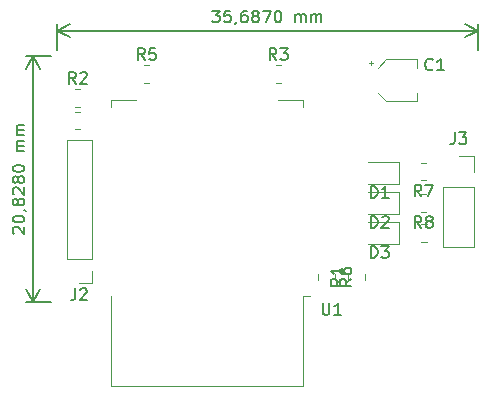
<source format=gbr>
%TF.GenerationSoftware,KiCad,Pcbnew,7.0.6-1.fc38*%
%TF.CreationDate,2023-08-14T18:07:14+02:00*%
%TF.ProjectId,ESP12F_INSPIRE_WIFI,45535031-3246-45f4-994e-53504952455f,rev?*%
%TF.SameCoordinates,Original*%
%TF.FileFunction,Legend,Top*%
%TF.FilePolarity,Positive*%
%FSLAX46Y46*%
G04 Gerber Fmt 4.6, Leading zero omitted, Abs format (unit mm)*
G04 Created by KiCad (PCBNEW 7.0.6-1.fc38) date 2023-08-14 18:07:14*
%MOMM*%
%LPD*%
G01*
G04 APERTURE LIST*
%ADD10C,0.150000*%
%ADD11C,0.120000*%
G04 APERTURE END LIST*
D10*
X97968057Y-77009046D02*
X97920438Y-76961427D01*
X97920438Y-76961427D02*
X97872819Y-76866189D01*
X97872819Y-76866189D02*
X97872819Y-76628094D01*
X97872819Y-76628094D02*
X97920438Y-76532856D01*
X97920438Y-76532856D02*
X97968057Y-76485237D01*
X97968057Y-76485237D02*
X98063295Y-76437618D01*
X98063295Y-76437618D02*
X98158533Y-76437618D01*
X98158533Y-76437618D02*
X98301390Y-76485237D01*
X98301390Y-76485237D02*
X98872819Y-77056665D01*
X98872819Y-77056665D02*
X98872819Y-76437618D01*
X97872819Y-75818570D02*
X97872819Y-75723332D01*
X97872819Y-75723332D02*
X97920438Y-75628094D01*
X97920438Y-75628094D02*
X97968057Y-75580475D01*
X97968057Y-75580475D02*
X98063295Y-75532856D01*
X98063295Y-75532856D02*
X98253771Y-75485237D01*
X98253771Y-75485237D02*
X98491866Y-75485237D01*
X98491866Y-75485237D02*
X98682342Y-75532856D01*
X98682342Y-75532856D02*
X98777580Y-75580475D01*
X98777580Y-75580475D02*
X98825200Y-75628094D01*
X98825200Y-75628094D02*
X98872819Y-75723332D01*
X98872819Y-75723332D02*
X98872819Y-75818570D01*
X98872819Y-75818570D02*
X98825200Y-75913808D01*
X98825200Y-75913808D02*
X98777580Y-75961427D01*
X98777580Y-75961427D02*
X98682342Y-76009046D01*
X98682342Y-76009046D02*
X98491866Y-76056665D01*
X98491866Y-76056665D02*
X98253771Y-76056665D01*
X98253771Y-76056665D02*
X98063295Y-76009046D01*
X98063295Y-76009046D02*
X97968057Y-75961427D01*
X97968057Y-75961427D02*
X97920438Y-75913808D01*
X97920438Y-75913808D02*
X97872819Y-75818570D01*
X98825200Y-75009046D02*
X98872819Y-75009046D01*
X98872819Y-75009046D02*
X98968057Y-75056665D01*
X98968057Y-75056665D02*
X99015676Y-75104284D01*
X98301390Y-74437618D02*
X98253771Y-74532856D01*
X98253771Y-74532856D02*
X98206152Y-74580475D01*
X98206152Y-74580475D02*
X98110914Y-74628094D01*
X98110914Y-74628094D02*
X98063295Y-74628094D01*
X98063295Y-74628094D02*
X97968057Y-74580475D01*
X97968057Y-74580475D02*
X97920438Y-74532856D01*
X97920438Y-74532856D02*
X97872819Y-74437618D01*
X97872819Y-74437618D02*
X97872819Y-74247142D01*
X97872819Y-74247142D02*
X97920438Y-74151904D01*
X97920438Y-74151904D02*
X97968057Y-74104285D01*
X97968057Y-74104285D02*
X98063295Y-74056666D01*
X98063295Y-74056666D02*
X98110914Y-74056666D01*
X98110914Y-74056666D02*
X98206152Y-74104285D01*
X98206152Y-74104285D02*
X98253771Y-74151904D01*
X98253771Y-74151904D02*
X98301390Y-74247142D01*
X98301390Y-74247142D02*
X98301390Y-74437618D01*
X98301390Y-74437618D02*
X98349009Y-74532856D01*
X98349009Y-74532856D02*
X98396628Y-74580475D01*
X98396628Y-74580475D02*
X98491866Y-74628094D01*
X98491866Y-74628094D02*
X98682342Y-74628094D01*
X98682342Y-74628094D02*
X98777580Y-74580475D01*
X98777580Y-74580475D02*
X98825200Y-74532856D01*
X98825200Y-74532856D02*
X98872819Y-74437618D01*
X98872819Y-74437618D02*
X98872819Y-74247142D01*
X98872819Y-74247142D02*
X98825200Y-74151904D01*
X98825200Y-74151904D02*
X98777580Y-74104285D01*
X98777580Y-74104285D02*
X98682342Y-74056666D01*
X98682342Y-74056666D02*
X98491866Y-74056666D01*
X98491866Y-74056666D02*
X98396628Y-74104285D01*
X98396628Y-74104285D02*
X98349009Y-74151904D01*
X98349009Y-74151904D02*
X98301390Y-74247142D01*
X97968057Y-73675713D02*
X97920438Y-73628094D01*
X97920438Y-73628094D02*
X97872819Y-73532856D01*
X97872819Y-73532856D02*
X97872819Y-73294761D01*
X97872819Y-73294761D02*
X97920438Y-73199523D01*
X97920438Y-73199523D02*
X97968057Y-73151904D01*
X97968057Y-73151904D02*
X98063295Y-73104285D01*
X98063295Y-73104285D02*
X98158533Y-73104285D01*
X98158533Y-73104285D02*
X98301390Y-73151904D01*
X98301390Y-73151904D02*
X98872819Y-73723332D01*
X98872819Y-73723332D02*
X98872819Y-73104285D01*
X98301390Y-72532856D02*
X98253771Y-72628094D01*
X98253771Y-72628094D02*
X98206152Y-72675713D01*
X98206152Y-72675713D02*
X98110914Y-72723332D01*
X98110914Y-72723332D02*
X98063295Y-72723332D01*
X98063295Y-72723332D02*
X97968057Y-72675713D01*
X97968057Y-72675713D02*
X97920438Y-72628094D01*
X97920438Y-72628094D02*
X97872819Y-72532856D01*
X97872819Y-72532856D02*
X97872819Y-72342380D01*
X97872819Y-72342380D02*
X97920438Y-72247142D01*
X97920438Y-72247142D02*
X97968057Y-72199523D01*
X97968057Y-72199523D02*
X98063295Y-72151904D01*
X98063295Y-72151904D02*
X98110914Y-72151904D01*
X98110914Y-72151904D02*
X98206152Y-72199523D01*
X98206152Y-72199523D02*
X98253771Y-72247142D01*
X98253771Y-72247142D02*
X98301390Y-72342380D01*
X98301390Y-72342380D02*
X98301390Y-72532856D01*
X98301390Y-72532856D02*
X98349009Y-72628094D01*
X98349009Y-72628094D02*
X98396628Y-72675713D01*
X98396628Y-72675713D02*
X98491866Y-72723332D01*
X98491866Y-72723332D02*
X98682342Y-72723332D01*
X98682342Y-72723332D02*
X98777580Y-72675713D01*
X98777580Y-72675713D02*
X98825200Y-72628094D01*
X98825200Y-72628094D02*
X98872819Y-72532856D01*
X98872819Y-72532856D02*
X98872819Y-72342380D01*
X98872819Y-72342380D02*
X98825200Y-72247142D01*
X98825200Y-72247142D02*
X98777580Y-72199523D01*
X98777580Y-72199523D02*
X98682342Y-72151904D01*
X98682342Y-72151904D02*
X98491866Y-72151904D01*
X98491866Y-72151904D02*
X98396628Y-72199523D01*
X98396628Y-72199523D02*
X98349009Y-72247142D01*
X98349009Y-72247142D02*
X98301390Y-72342380D01*
X97872819Y-71532856D02*
X97872819Y-71437618D01*
X97872819Y-71437618D02*
X97920438Y-71342380D01*
X97920438Y-71342380D02*
X97968057Y-71294761D01*
X97968057Y-71294761D02*
X98063295Y-71247142D01*
X98063295Y-71247142D02*
X98253771Y-71199523D01*
X98253771Y-71199523D02*
X98491866Y-71199523D01*
X98491866Y-71199523D02*
X98682342Y-71247142D01*
X98682342Y-71247142D02*
X98777580Y-71294761D01*
X98777580Y-71294761D02*
X98825200Y-71342380D01*
X98825200Y-71342380D02*
X98872819Y-71437618D01*
X98872819Y-71437618D02*
X98872819Y-71532856D01*
X98872819Y-71532856D02*
X98825200Y-71628094D01*
X98825200Y-71628094D02*
X98777580Y-71675713D01*
X98777580Y-71675713D02*
X98682342Y-71723332D01*
X98682342Y-71723332D02*
X98491866Y-71770951D01*
X98491866Y-71770951D02*
X98253771Y-71770951D01*
X98253771Y-71770951D02*
X98063295Y-71723332D01*
X98063295Y-71723332D02*
X97968057Y-71675713D01*
X97968057Y-71675713D02*
X97920438Y-71628094D01*
X97920438Y-71628094D02*
X97872819Y-71532856D01*
X98872819Y-70009046D02*
X98206152Y-70009046D01*
X98301390Y-70009046D02*
X98253771Y-69961427D01*
X98253771Y-69961427D02*
X98206152Y-69866189D01*
X98206152Y-69866189D02*
X98206152Y-69723332D01*
X98206152Y-69723332D02*
X98253771Y-69628094D01*
X98253771Y-69628094D02*
X98349009Y-69580475D01*
X98349009Y-69580475D02*
X98872819Y-69580475D01*
X98349009Y-69580475D02*
X98253771Y-69532856D01*
X98253771Y-69532856D02*
X98206152Y-69437618D01*
X98206152Y-69437618D02*
X98206152Y-69294761D01*
X98206152Y-69294761D02*
X98253771Y-69199522D01*
X98253771Y-69199522D02*
X98349009Y-69151903D01*
X98349009Y-69151903D02*
X98872819Y-69151903D01*
X98872819Y-68675713D02*
X98206152Y-68675713D01*
X98301390Y-68675713D02*
X98253771Y-68628094D01*
X98253771Y-68628094D02*
X98206152Y-68532856D01*
X98206152Y-68532856D02*
X98206152Y-68389999D01*
X98206152Y-68389999D02*
X98253771Y-68294761D01*
X98253771Y-68294761D02*
X98349009Y-68247142D01*
X98349009Y-68247142D02*
X98872819Y-68247142D01*
X98349009Y-68247142D02*
X98253771Y-68199523D01*
X98253771Y-68199523D02*
X98206152Y-68104285D01*
X98206152Y-68104285D02*
X98206152Y-67961428D01*
X98206152Y-67961428D02*
X98253771Y-67866189D01*
X98253771Y-67866189D02*
X98349009Y-67818570D01*
X98349009Y-67818570D02*
X98872819Y-67818570D01*
X101100000Y-82804000D02*
X98981580Y-82804000D01*
X101100000Y-61976000D02*
X98981580Y-61976000D01*
X99568000Y-82804000D02*
X99568000Y-61976000D01*
X99568000Y-82804000D02*
X99568000Y-61976000D01*
X99568000Y-82804000D02*
X98981579Y-81677496D01*
X99568000Y-82804000D02*
X100154421Y-81677496D01*
X99568000Y-61976000D02*
X100154421Y-63102504D01*
X99568000Y-61976000D02*
X98981579Y-63102504D01*
X114776834Y-58121819D02*
X115395881Y-58121819D01*
X115395881Y-58121819D02*
X115062548Y-58502771D01*
X115062548Y-58502771D02*
X115205405Y-58502771D01*
X115205405Y-58502771D02*
X115300643Y-58550390D01*
X115300643Y-58550390D02*
X115348262Y-58598009D01*
X115348262Y-58598009D02*
X115395881Y-58693247D01*
X115395881Y-58693247D02*
X115395881Y-58931342D01*
X115395881Y-58931342D02*
X115348262Y-59026580D01*
X115348262Y-59026580D02*
X115300643Y-59074200D01*
X115300643Y-59074200D02*
X115205405Y-59121819D01*
X115205405Y-59121819D02*
X114919691Y-59121819D01*
X114919691Y-59121819D02*
X114824453Y-59074200D01*
X114824453Y-59074200D02*
X114776834Y-59026580D01*
X116300643Y-58121819D02*
X115824453Y-58121819D01*
X115824453Y-58121819D02*
X115776834Y-58598009D01*
X115776834Y-58598009D02*
X115824453Y-58550390D01*
X115824453Y-58550390D02*
X115919691Y-58502771D01*
X115919691Y-58502771D02*
X116157786Y-58502771D01*
X116157786Y-58502771D02*
X116253024Y-58550390D01*
X116253024Y-58550390D02*
X116300643Y-58598009D01*
X116300643Y-58598009D02*
X116348262Y-58693247D01*
X116348262Y-58693247D02*
X116348262Y-58931342D01*
X116348262Y-58931342D02*
X116300643Y-59026580D01*
X116300643Y-59026580D02*
X116253024Y-59074200D01*
X116253024Y-59074200D02*
X116157786Y-59121819D01*
X116157786Y-59121819D02*
X115919691Y-59121819D01*
X115919691Y-59121819D02*
X115824453Y-59074200D01*
X115824453Y-59074200D02*
X115776834Y-59026580D01*
X116824453Y-59074200D02*
X116824453Y-59121819D01*
X116824453Y-59121819D02*
X116776834Y-59217057D01*
X116776834Y-59217057D02*
X116729215Y-59264676D01*
X117681595Y-58121819D02*
X117491119Y-58121819D01*
X117491119Y-58121819D02*
X117395881Y-58169438D01*
X117395881Y-58169438D02*
X117348262Y-58217057D01*
X117348262Y-58217057D02*
X117253024Y-58359914D01*
X117253024Y-58359914D02*
X117205405Y-58550390D01*
X117205405Y-58550390D02*
X117205405Y-58931342D01*
X117205405Y-58931342D02*
X117253024Y-59026580D01*
X117253024Y-59026580D02*
X117300643Y-59074200D01*
X117300643Y-59074200D02*
X117395881Y-59121819D01*
X117395881Y-59121819D02*
X117586357Y-59121819D01*
X117586357Y-59121819D02*
X117681595Y-59074200D01*
X117681595Y-59074200D02*
X117729214Y-59026580D01*
X117729214Y-59026580D02*
X117776833Y-58931342D01*
X117776833Y-58931342D02*
X117776833Y-58693247D01*
X117776833Y-58693247D02*
X117729214Y-58598009D01*
X117729214Y-58598009D02*
X117681595Y-58550390D01*
X117681595Y-58550390D02*
X117586357Y-58502771D01*
X117586357Y-58502771D02*
X117395881Y-58502771D01*
X117395881Y-58502771D02*
X117300643Y-58550390D01*
X117300643Y-58550390D02*
X117253024Y-58598009D01*
X117253024Y-58598009D02*
X117205405Y-58693247D01*
X118348262Y-58550390D02*
X118253024Y-58502771D01*
X118253024Y-58502771D02*
X118205405Y-58455152D01*
X118205405Y-58455152D02*
X118157786Y-58359914D01*
X118157786Y-58359914D02*
X118157786Y-58312295D01*
X118157786Y-58312295D02*
X118205405Y-58217057D01*
X118205405Y-58217057D02*
X118253024Y-58169438D01*
X118253024Y-58169438D02*
X118348262Y-58121819D01*
X118348262Y-58121819D02*
X118538738Y-58121819D01*
X118538738Y-58121819D02*
X118633976Y-58169438D01*
X118633976Y-58169438D02*
X118681595Y-58217057D01*
X118681595Y-58217057D02*
X118729214Y-58312295D01*
X118729214Y-58312295D02*
X118729214Y-58359914D01*
X118729214Y-58359914D02*
X118681595Y-58455152D01*
X118681595Y-58455152D02*
X118633976Y-58502771D01*
X118633976Y-58502771D02*
X118538738Y-58550390D01*
X118538738Y-58550390D02*
X118348262Y-58550390D01*
X118348262Y-58550390D02*
X118253024Y-58598009D01*
X118253024Y-58598009D02*
X118205405Y-58645628D01*
X118205405Y-58645628D02*
X118157786Y-58740866D01*
X118157786Y-58740866D02*
X118157786Y-58931342D01*
X118157786Y-58931342D02*
X118205405Y-59026580D01*
X118205405Y-59026580D02*
X118253024Y-59074200D01*
X118253024Y-59074200D02*
X118348262Y-59121819D01*
X118348262Y-59121819D02*
X118538738Y-59121819D01*
X118538738Y-59121819D02*
X118633976Y-59074200D01*
X118633976Y-59074200D02*
X118681595Y-59026580D01*
X118681595Y-59026580D02*
X118729214Y-58931342D01*
X118729214Y-58931342D02*
X118729214Y-58740866D01*
X118729214Y-58740866D02*
X118681595Y-58645628D01*
X118681595Y-58645628D02*
X118633976Y-58598009D01*
X118633976Y-58598009D02*
X118538738Y-58550390D01*
X119062548Y-58121819D02*
X119729214Y-58121819D01*
X119729214Y-58121819D02*
X119300643Y-59121819D01*
X120300643Y-58121819D02*
X120395881Y-58121819D01*
X120395881Y-58121819D02*
X120491119Y-58169438D01*
X120491119Y-58169438D02*
X120538738Y-58217057D01*
X120538738Y-58217057D02*
X120586357Y-58312295D01*
X120586357Y-58312295D02*
X120633976Y-58502771D01*
X120633976Y-58502771D02*
X120633976Y-58740866D01*
X120633976Y-58740866D02*
X120586357Y-58931342D01*
X120586357Y-58931342D02*
X120538738Y-59026580D01*
X120538738Y-59026580D02*
X120491119Y-59074200D01*
X120491119Y-59074200D02*
X120395881Y-59121819D01*
X120395881Y-59121819D02*
X120300643Y-59121819D01*
X120300643Y-59121819D02*
X120205405Y-59074200D01*
X120205405Y-59074200D02*
X120157786Y-59026580D01*
X120157786Y-59026580D02*
X120110167Y-58931342D01*
X120110167Y-58931342D02*
X120062548Y-58740866D01*
X120062548Y-58740866D02*
X120062548Y-58502771D01*
X120062548Y-58502771D02*
X120110167Y-58312295D01*
X120110167Y-58312295D02*
X120157786Y-58217057D01*
X120157786Y-58217057D02*
X120205405Y-58169438D01*
X120205405Y-58169438D02*
X120300643Y-58121819D01*
X121824453Y-59121819D02*
X121824453Y-58455152D01*
X121824453Y-58550390D02*
X121872072Y-58502771D01*
X121872072Y-58502771D02*
X121967310Y-58455152D01*
X121967310Y-58455152D02*
X122110167Y-58455152D01*
X122110167Y-58455152D02*
X122205405Y-58502771D01*
X122205405Y-58502771D02*
X122253024Y-58598009D01*
X122253024Y-58598009D02*
X122253024Y-59121819D01*
X122253024Y-58598009D02*
X122300643Y-58502771D01*
X122300643Y-58502771D02*
X122395881Y-58455152D01*
X122395881Y-58455152D02*
X122538738Y-58455152D01*
X122538738Y-58455152D02*
X122633977Y-58502771D01*
X122633977Y-58502771D02*
X122681596Y-58598009D01*
X122681596Y-58598009D02*
X122681596Y-59121819D01*
X123157786Y-59121819D02*
X123157786Y-58455152D01*
X123157786Y-58550390D02*
X123205405Y-58502771D01*
X123205405Y-58502771D02*
X123300643Y-58455152D01*
X123300643Y-58455152D02*
X123443500Y-58455152D01*
X123443500Y-58455152D02*
X123538738Y-58502771D01*
X123538738Y-58502771D02*
X123586357Y-58598009D01*
X123586357Y-58598009D02*
X123586357Y-59121819D01*
X123586357Y-58598009D02*
X123633976Y-58502771D01*
X123633976Y-58502771D02*
X123729214Y-58455152D01*
X123729214Y-58455152D02*
X123872071Y-58455152D01*
X123872071Y-58455152D02*
X123967310Y-58502771D01*
X123967310Y-58502771D02*
X124014929Y-58598009D01*
X124014929Y-58598009D02*
X124014929Y-59121819D01*
X101600000Y-61476000D02*
X101600000Y-59230580D01*
X137287000Y-61476000D02*
X137287000Y-59230580D01*
X101600000Y-59817000D02*
X137287000Y-59817000D01*
X101600000Y-59817000D02*
X137287000Y-59817000D01*
X101600000Y-59817000D02*
X102726504Y-59230579D01*
X101600000Y-59817000D02*
X102726504Y-60403421D01*
X137287000Y-59817000D02*
X136160496Y-60403421D01*
X137287000Y-59817000D02*
X136160496Y-59230579D01*
X128198405Y-73986819D02*
X128198405Y-72986819D01*
X128198405Y-72986819D02*
X128436500Y-72986819D01*
X128436500Y-72986819D02*
X128579357Y-73034438D01*
X128579357Y-73034438D02*
X128674595Y-73129676D01*
X128674595Y-73129676D02*
X128722214Y-73224914D01*
X128722214Y-73224914D02*
X128769833Y-73415390D01*
X128769833Y-73415390D02*
X128769833Y-73558247D01*
X128769833Y-73558247D02*
X128722214Y-73748723D01*
X128722214Y-73748723D02*
X128674595Y-73843961D01*
X128674595Y-73843961D02*
X128579357Y-73939200D01*
X128579357Y-73939200D02*
X128436500Y-73986819D01*
X128436500Y-73986819D02*
X128198405Y-73986819D01*
X129722214Y-73986819D02*
X129150786Y-73986819D01*
X129436500Y-73986819D02*
X129436500Y-72986819D01*
X129436500Y-72986819D02*
X129341262Y-73129676D01*
X129341262Y-73129676D02*
X129246024Y-73224914D01*
X129246024Y-73224914D02*
X129150786Y-73272533D01*
X128198405Y-76526819D02*
X128198405Y-75526819D01*
X128198405Y-75526819D02*
X128436500Y-75526819D01*
X128436500Y-75526819D02*
X128579357Y-75574438D01*
X128579357Y-75574438D02*
X128674595Y-75669676D01*
X128674595Y-75669676D02*
X128722214Y-75764914D01*
X128722214Y-75764914D02*
X128769833Y-75955390D01*
X128769833Y-75955390D02*
X128769833Y-76098247D01*
X128769833Y-76098247D02*
X128722214Y-76288723D01*
X128722214Y-76288723D02*
X128674595Y-76383961D01*
X128674595Y-76383961D02*
X128579357Y-76479200D01*
X128579357Y-76479200D02*
X128436500Y-76526819D01*
X128436500Y-76526819D02*
X128198405Y-76526819D01*
X129150786Y-75622057D02*
X129198405Y-75574438D01*
X129198405Y-75574438D02*
X129293643Y-75526819D01*
X129293643Y-75526819D02*
X129531738Y-75526819D01*
X129531738Y-75526819D02*
X129626976Y-75574438D01*
X129626976Y-75574438D02*
X129674595Y-75622057D01*
X129674595Y-75622057D02*
X129722214Y-75717295D01*
X129722214Y-75717295D02*
X129722214Y-75812533D01*
X129722214Y-75812533D02*
X129674595Y-75955390D01*
X129674595Y-75955390D02*
X129103167Y-76526819D01*
X129103167Y-76526819D02*
X129722214Y-76526819D01*
X109053333Y-62304819D02*
X108720000Y-61828628D01*
X108481905Y-62304819D02*
X108481905Y-61304819D01*
X108481905Y-61304819D02*
X108862857Y-61304819D01*
X108862857Y-61304819D02*
X108958095Y-61352438D01*
X108958095Y-61352438D02*
X109005714Y-61400057D01*
X109005714Y-61400057D02*
X109053333Y-61495295D01*
X109053333Y-61495295D02*
X109053333Y-61638152D01*
X109053333Y-61638152D02*
X109005714Y-61733390D01*
X109005714Y-61733390D02*
X108958095Y-61781009D01*
X108958095Y-61781009D02*
X108862857Y-61828628D01*
X108862857Y-61828628D02*
X108481905Y-61828628D01*
X109958095Y-61304819D02*
X109481905Y-61304819D01*
X109481905Y-61304819D02*
X109434286Y-61781009D01*
X109434286Y-61781009D02*
X109481905Y-61733390D01*
X109481905Y-61733390D02*
X109577143Y-61685771D01*
X109577143Y-61685771D02*
X109815238Y-61685771D01*
X109815238Y-61685771D02*
X109910476Y-61733390D01*
X109910476Y-61733390D02*
X109958095Y-61781009D01*
X109958095Y-61781009D02*
X110005714Y-61876247D01*
X110005714Y-61876247D02*
X110005714Y-62114342D01*
X110005714Y-62114342D02*
X109958095Y-62209580D01*
X109958095Y-62209580D02*
X109910476Y-62257200D01*
X109910476Y-62257200D02*
X109815238Y-62304819D01*
X109815238Y-62304819D02*
X109577143Y-62304819D01*
X109577143Y-62304819D02*
X109481905Y-62257200D01*
X109481905Y-62257200D02*
X109434286Y-62209580D01*
X126564819Y-80835166D02*
X126088628Y-81168499D01*
X126564819Y-81406594D02*
X125564819Y-81406594D01*
X125564819Y-81406594D02*
X125564819Y-81025642D01*
X125564819Y-81025642D02*
X125612438Y-80930404D01*
X125612438Y-80930404D02*
X125660057Y-80882785D01*
X125660057Y-80882785D02*
X125755295Y-80835166D01*
X125755295Y-80835166D02*
X125898152Y-80835166D01*
X125898152Y-80835166D02*
X125993390Y-80882785D01*
X125993390Y-80882785D02*
X126041009Y-80930404D01*
X126041009Y-80930404D02*
X126088628Y-81025642D01*
X126088628Y-81025642D02*
X126088628Y-81406594D01*
X125564819Y-79978023D02*
X125564819Y-80168499D01*
X125564819Y-80168499D02*
X125612438Y-80263737D01*
X125612438Y-80263737D02*
X125660057Y-80311356D01*
X125660057Y-80311356D02*
X125802914Y-80406594D01*
X125802914Y-80406594D02*
X125993390Y-80454213D01*
X125993390Y-80454213D02*
X126374342Y-80454213D01*
X126374342Y-80454213D02*
X126469580Y-80406594D01*
X126469580Y-80406594D02*
X126517200Y-80358975D01*
X126517200Y-80358975D02*
X126564819Y-80263737D01*
X126564819Y-80263737D02*
X126564819Y-80073261D01*
X126564819Y-80073261D02*
X126517200Y-79978023D01*
X126517200Y-79978023D02*
X126469580Y-79930404D01*
X126469580Y-79930404D02*
X126374342Y-79882785D01*
X126374342Y-79882785D02*
X126136247Y-79882785D01*
X126136247Y-79882785D02*
X126041009Y-79930404D01*
X126041009Y-79930404D02*
X125993390Y-79978023D01*
X125993390Y-79978023D02*
X125945771Y-80073261D01*
X125945771Y-80073261D02*
X125945771Y-80263737D01*
X125945771Y-80263737D02*
X125993390Y-80358975D01*
X125993390Y-80358975D02*
X126041009Y-80406594D01*
X126041009Y-80406594D02*
X126136247Y-80454213D01*
X132477833Y-73859819D02*
X132144500Y-73383628D01*
X131906405Y-73859819D02*
X131906405Y-72859819D01*
X131906405Y-72859819D02*
X132287357Y-72859819D01*
X132287357Y-72859819D02*
X132382595Y-72907438D01*
X132382595Y-72907438D02*
X132430214Y-72955057D01*
X132430214Y-72955057D02*
X132477833Y-73050295D01*
X132477833Y-73050295D02*
X132477833Y-73193152D01*
X132477833Y-73193152D02*
X132430214Y-73288390D01*
X132430214Y-73288390D02*
X132382595Y-73336009D01*
X132382595Y-73336009D02*
X132287357Y-73383628D01*
X132287357Y-73383628D02*
X131906405Y-73383628D01*
X132811167Y-72859819D02*
X133477833Y-72859819D01*
X133477833Y-72859819D02*
X133049262Y-73859819D01*
X128198405Y-79066819D02*
X128198405Y-78066819D01*
X128198405Y-78066819D02*
X128436500Y-78066819D01*
X128436500Y-78066819D02*
X128579357Y-78114438D01*
X128579357Y-78114438D02*
X128674595Y-78209676D01*
X128674595Y-78209676D02*
X128722214Y-78304914D01*
X128722214Y-78304914D02*
X128769833Y-78495390D01*
X128769833Y-78495390D02*
X128769833Y-78638247D01*
X128769833Y-78638247D02*
X128722214Y-78828723D01*
X128722214Y-78828723D02*
X128674595Y-78923961D01*
X128674595Y-78923961D02*
X128579357Y-79019200D01*
X128579357Y-79019200D02*
X128436500Y-79066819D01*
X128436500Y-79066819D02*
X128198405Y-79066819D01*
X129103167Y-78066819D02*
X129722214Y-78066819D01*
X129722214Y-78066819D02*
X129388881Y-78447771D01*
X129388881Y-78447771D02*
X129531738Y-78447771D01*
X129531738Y-78447771D02*
X129626976Y-78495390D01*
X129626976Y-78495390D02*
X129674595Y-78543009D01*
X129674595Y-78543009D02*
X129722214Y-78638247D01*
X129722214Y-78638247D02*
X129722214Y-78876342D01*
X129722214Y-78876342D02*
X129674595Y-78971580D01*
X129674595Y-78971580D02*
X129626976Y-79019200D01*
X129626976Y-79019200D02*
X129531738Y-79066819D01*
X129531738Y-79066819D02*
X129246024Y-79066819D01*
X129246024Y-79066819D02*
X129150786Y-79019200D01*
X129150786Y-79019200D02*
X129103167Y-78971580D01*
X103211333Y-64335819D02*
X102878000Y-63859628D01*
X102639905Y-64335819D02*
X102639905Y-63335819D01*
X102639905Y-63335819D02*
X103020857Y-63335819D01*
X103020857Y-63335819D02*
X103116095Y-63383438D01*
X103116095Y-63383438D02*
X103163714Y-63431057D01*
X103163714Y-63431057D02*
X103211333Y-63526295D01*
X103211333Y-63526295D02*
X103211333Y-63669152D01*
X103211333Y-63669152D02*
X103163714Y-63764390D01*
X103163714Y-63764390D02*
X103116095Y-63812009D01*
X103116095Y-63812009D02*
X103020857Y-63859628D01*
X103020857Y-63859628D02*
X102639905Y-63859628D01*
X103592286Y-63431057D02*
X103639905Y-63383438D01*
X103639905Y-63383438D02*
X103735143Y-63335819D01*
X103735143Y-63335819D02*
X103973238Y-63335819D01*
X103973238Y-63335819D02*
X104068476Y-63383438D01*
X104068476Y-63383438D02*
X104116095Y-63431057D01*
X104116095Y-63431057D02*
X104163714Y-63526295D01*
X104163714Y-63526295D02*
X104163714Y-63621533D01*
X104163714Y-63621533D02*
X104116095Y-63764390D01*
X104116095Y-63764390D02*
X103544667Y-64335819D01*
X103544667Y-64335819D02*
X104163714Y-64335819D01*
X125804819Y-80835166D02*
X125328628Y-81168499D01*
X125804819Y-81406594D02*
X124804819Y-81406594D01*
X124804819Y-81406594D02*
X124804819Y-81025642D01*
X124804819Y-81025642D02*
X124852438Y-80930404D01*
X124852438Y-80930404D02*
X124900057Y-80882785D01*
X124900057Y-80882785D02*
X124995295Y-80835166D01*
X124995295Y-80835166D02*
X125138152Y-80835166D01*
X125138152Y-80835166D02*
X125233390Y-80882785D01*
X125233390Y-80882785D02*
X125281009Y-80930404D01*
X125281009Y-80930404D02*
X125328628Y-81025642D01*
X125328628Y-81025642D02*
X125328628Y-81406594D01*
X125804819Y-79882785D02*
X125804819Y-80454213D01*
X125804819Y-80168499D02*
X124804819Y-80168499D01*
X124804819Y-80168499D02*
X124947676Y-80263737D01*
X124947676Y-80263737D02*
X125042914Y-80358975D01*
X125042914Y-80358975D02*
X125090533Y-80454213D01*
X124118095Y-82875819D02*
X124118095Y-83685342D01*
X124118095Y-83685342D02*
X124165714Y-83780580D01*
X124165714Y-83780580D02*
X124213333Y-83828200D01*
X124213333Y-83828200D02*
X124308571Y-83875819D01*
X124308571Y-83875819D02*
X124499047Y-83875819D01*
X124499047Y-83875819D02*
X124594285Y-83828200D01*
X124594285Y-83828200D02*
X124641904Y-83780580D01*
X124641904Y-83780580D02*
X124689523Y-83685342D01*
X124689523Y-83685342D02*
X124689523Y-82875819D01*
X125689523Y-83875819D02*
X125118095Y-83875819D01*
X125403809Y-83875819D02*
X125403809Y-82875819D01*
X125403809Y-82875819D02*
X125308571Y-83018676D01*
X125308571Y-83018676D02*
X125213333Y-83113914D01*
X125213333Y-83113914D02*
X125118095Y-83161533D01*
X133437333Y-63097580D02*
X133389714Y-63145200D01*
X133389714Y-63145200D02*
X133246857Y-63192819D01*
X133246857Y-63192819D02*
X133151619Y-63192819D01*
X133151619Y-63192819D02*
X133008762Y-63145200D01*
X133008762Y-63145200D02*
X132913524Y-63049961D01*
X132913524Y-63049961D02*
X132865905Y-62954723D01*
X132865905Y-62954723D02*
X132818286Y-62764247D01*
X132818286Y-62764247D02*
X132818286Y-62621390D01*
X132818286Y-62621390D02*
X132865905Y-62430914D01*
X132865905Y-62430914D02*
X132913524Y-62335676D01*
X132913524Y-62335676D02*
X133008762Y-62240438D01*
X133008762Y-62240438D02*
X133151619Y-62192819D01*
X133151619Y-62192819D02*
X133246857Y-62192819D01*
X133246857Y-62192819D02*
X133389714Y-62240438D01*
X133389714Y-62240438D02*
X133437333Y-62288057D01*
X134389714Y-63192819D02*
X133818286Y-63192819D01*
X134104000Y-63192819D02*
X134104000Y-62192819D01*
X134104000Y-62192819D02*
X134008762Y-62335676D01*
X134008762Y-62335676D02*
X133913524Y-62430914D01*
X133913524Y-62430914D02*
X133818286Y-62478533D01*
X135302666Y-68439819D02*
X135302666Y-69154104D01*
X135302666Y-69154104D02*
X135255047Y-69296961D01*
X135255047Y-69296961D02*
X135159809Y-69392200D01*
X135159809Y-69392200D02*
X135016952Y-69439819D01*
X135016952Y-69439819D02*
X134921714Y-69439819D01*
X135683619Y-68439819D02*
X136302666Y-68439819D01*
X136302666Y-68439819D02*
X135969333Y-68820771D01*
X135969333Y-68820771D02*
X136112190Y-68820771D01*
X136112190Y-68820771D02*
X136207428Y-68868390D01*
X136207428Y-68868390D02*
X136255047Y-68916009D01*
X136255047Y-68916009D02*
X136302666Y-69011247D01*
X136302666Y-69011247D02*
X136302666Y-69249342D01*
X136302666Y-69249342D02*
X136255047Y-69344580D01*
X136255047Y-69344580D02*
X136207428Y-69392200D01*
X136207428Y-69392200D02*
X136112190Y-69439819D01*
X136112190Y-69439819D02*
X135826476Y-69439819D01*
X135826476Y-69439819D02*
X135731238Y-69392200D01*
X135731238Y-69392200D02*
X135683619Y-69344580D01*
X103171666Y-81650819D02*
X103171666Y-82365104D01*
X103171666Y-82365104D02*
X103124047Y-82507961D01*
X103124047Y-82507961D02*
X103028809Y-82603200D01*
X103028809Y-82603200D02*
X102885952Y-82650819D01*
X102885952Y-82650819D02*
X102790714Y-82650819D01*
X103600238Y-81746057D02*
X103647857Y-81698438D01*
X103647857Y-81698438D02*
X103743095Y-81650819D01*
X103743095Y-81650819D02*
X103981190Y-81650819D01*
X103981190Y-81650819D02*
X104076428Y-81698438D01*
X104076428Y-81698438D02*
X104124047Y-81746057D01*
X104124047Y-81746057D02*
X104171666Y-81841295D01*
X104171666Y-81841295D02*
X104171666Y-81936533D01*
X104171666Y-81936533D02*
X104124047Y-82079390D01*
X104124047Y-82079390D02*
X103552619Y-82650819D01*
X103552619Y-82650819D02*
X104171666Y-82650819D01*
X120205833Y-62304819D02*
X119872500Y-61828628D01*
X119634405Y-62304819D02*
X119634405Y-61304819D01*
X119634405Y-61304819D02*
X120015357Y-61304819D01*
X120015357Y-61304819D02*
X120110595Y-61352438D01*
X120110595Y-61352438D02*
X120158214Y-61400057D01*
X120158214Y-61400057D02*
X120205833Y-61495295D01*
X120205833Y-61495295D02*
X120205833Y-61638152D01*
X120205833Y-61638152D02*
X120158214Y-61733390D01*
X120158214Y-61733390D02*
X120110595Y-61781009D01*
X120110595Y-61781009D02*
X120015357Y-61828628D01*
X120015357Y-61828628D02*
X119634405Y-61828628D01*
X120539167Y-61304819D02*
X121158214Y-61304819D01*
X121158214Y-61304819D02*
X120824881Y-61685771D01*
X120824881Y-61685771D02*
X120967738Y-61685771D01*
X120967738Y-61685771D02*
X121062976Y-61733390D01*
X121062976Y-61733390D02*
X121110595Y-61781009D01*
X121110595Y-61781009D02*
X121158214Y-61876247D01*
X121158214Y-61876247D02*
X121158214Y-62114342D01*
X121158214Y-62114342D02*
X121110595Y-62209580D01*
X121110595Y-62209580D02*
X121062976Y-62257200D01*
X121062976Y-62257200D02*
X120967738Y-62304819D01*
X120967738Y-62304819D02*
X120682024Y-62304819D01*
X120682024Y-62304819D02*
X120586786Y-62257200D01*
X120586786Y-62257200D02*
X120539167Y-62209580D01*
X132477833Y-76526819D02*
X132144500Y-76050628D01*
X131906405Y-76526819D02*
X131906405Y-75526819D01*
X131906405Y-75526819D02*
X132287357Y-75526819D01*
X132287357Y-75526819D02*
X132382595Y-75574438D01*
X132382595Y-75574438D02*
X132430214Y-75622057D01*
X132430214Y-75622057D02*
X132477833Y-75717295D01*
X132477833Y-75717295D02*
X132477833Y-75860152D01*
X132477833Y-75860152D02*
X132430214Y-75955390D01*
X132430214Y-75955390D02*
X132382595Y-76003009D01*
X132382595Y-76003009D02*
X132287357Y-76050628D01*
X132287357Y-76050628D02*
X131906405Y-76050628D01*
X133049262Y-75955390D02*
X132954024Y-75907771D01*
X132954024Y-75907771D02*
X132906405Y-75860152D01*
X132906405Y-75860152D02*
X132858786Y-75764914D01*
X132858786Y-75764914D02*
X132858786Y-75717295D01*
X132858786Y-75717295D02*
X132906405Y-75622057D01*
X132906405Y-75622057D02*
X132954024Y-75574438D01*
X132954024Y-75574438D02*
X133049262Y-75526819D01*
X133049262Y-75526819D02*
X133239738Y-75526819D01*
X133239738Y-75526819D02*
X133334976Y-75574438D01*
X133334976Y-75574438D02*
X133382595Y-75622057D01*
X133382595Y-75622057D02*
X133430214Y-75717295D01*
X133430214Y-75717295D02*
X133430214Y-75764914D01*
X133430214Y-75764914D02*
X133382595Y-75860152D01*
X133382595Y-75860152D02*
X133334976Y-75907771D01*
X133334976Y-75907771D02*
X133239738Y-75955390D01*
X133239738Y-75955390D02*
X133049262Y-75955390D01*
X133049262Y-75955390D02*
X132954024Y-76003009D01*
X132954024Y-76003009D02*
X132906405Y-76050628D01*
X132906405Y-76050628D02*
X132858786Y-76145866D01*
X132858786Y-76145866D02*
X132858786Y-76336342D01*
X132858786Y-76336342D02*
X132906405Y-76431580D01*
X132906405Y-76431580D02*
X132954024Y-76479200D01*
X132954024Y-76479200D02*
X133049262Y-76526819D01*
X133049262Y-76526819D02*
X133239738Y-76526819D01*
X133239738Y-76526819D02*
X133334976Y-76479200D01*
X133334976Y-76479200D02*
X133382595Y-76431580D01*
X133382595Y-76431580D02*
X133430214Y-76336342D01*
X133430214Y-76336342D02*
X133430214Y-76145866D01*
X133430214Y-76145866D02*
X133382595Y-76050628D01*
X133382595Y-76050628D02*
X133334976Y-76003009D01*
X133334976Y-76003009D02*
X133239738Y-75955390D01*
D11*
%TO.C,D1*%
X130621500Y-72842000D02*
X130621500Y-70922000D01*
X130621500Y-70922000D02*
X127936500Y-70922000D01*
X127936500Y-72842000D02*
X130621500Y-72842000D01*
%TO.C,D2*%
X130621500Y-75382000D02*
X130621500Y-73462000D01*
X130621500Y-73462000D02*
X127936500Y-73462000D01*
X127936500Y-75382000D02*
X130621500Y-75382000D01*
%TO.C,R5*%
X108992936Y-62765000D02*
X109447064Y-62765000D01*
X108992936Y-64235000D02*
X109447064Y-64235000D01*
%TO.C,R6*%
X125195000Y-80441436D02*
X125195000Y-80895564D01*
X123725000Y-80441436D02*
X123725000Y-80895564D01*
%TO.C,R7*%
X132871564Y-72490000D02*
X132417436Y-72490000D01*
X132871564Y-71020000D02*
X132417436Y-71020000D01*
%TO.C,D3*%
X130621500Y-77922000D02*
X130621500Y-76002000D01*
X130621500Y-76002000D02*
X127936500Y-76002000D01*
X127936500Y-77922000D02*
X130621500Y-77922000D01*
%TO.C,R2*%
X103150936Y-64796000D02*
X103605064Y-64796000D01*
X103150936Y-66266000D02*
X103605064Y-66266000D01*
%TO.C,R1*%
X126265000Y-80895564D02*
X126265000Y-80441436D01*
X127735000Y-80895564D02*
X127735000Y-80441436D01*
%TO.C,U1*%
X122440000Y-89900000D02*
X106200000Y-89900000D01*
X122440000Y-82280000D02*
X123050000Y-82280000D01*
X122440000Y-82280000D02*
X122440000Y-89900000D01*
X122440000Y-65660000D02*
X122440000Y-66280000D01*
X120320000Y-65660000D02*
X122440000Y-65660000D01*
X106200000Y-89900000D02*
X106200000Y-82280000D01*
X106200000Y-66280000D02*
X106200000Y-65660000D01*
X106200000Y-65660000D02*
X108320000Y-65660000D01*
%TO.C,C1*%
X128013000Y-62573000D02*
X128388000Y-62573000D01*
X128200500Y-62385500D02*
X128200500Y-62760500D01*
X128817437Y-62948000D02*
X129517437Y-62248000D01*
X128817437Y-65068000D02*
X129517437Y-65768000D01*
X129517437Y-62248000D02*
X132148000Y-62248000D01*
X129517437Y-65768000D02*
X132148000Y-65768000D01*
X132148000Y-62248000D02*
X132148000Y-62948000D01*
X132148000Y-65768000D02*
X132148000Y-65068000D01*
%TO.C,R4*%
X103605064Y-68171000D02*
X103150936Y-68171000D01*
X103605064Y-66701000D02*
X103150936Y-66701000D01*
%TO.C,J3*%
X134306000Y-73025000D02*
X134306000Y-78165000D01*
X134306000Y-73025000D02*
X136966000Y-73025000D01*
X134306000Y-78165000D02*
X136966000Y-78165000D01*
X135636000Y-70425000D02*
X136966000Y-70425000D01*
X136966000Y-70425000D02*
X136966000Y-71755000D01*
X136966000Y-73025000D02*
X136966000Y-78165000D01*
%TO.C,J2*%
X104565000Y-81196000D02*
X103505000Y-81196000D01*
X104565000Y-80136000D02*
X104565000Y-81196000D01*
X104565000Y-79136000D02*
X104565000Y-69076000D01*
X104565000Y-79136000D02*
X102445000Y-79136000D01*
X104565000Y-69076000D02*
X102445000Y-69076000D01*
X102445000Y-79136000D02*
X102445000Y-69076000D01*
%TO.C,R9*%
X132918564Y-77697000D02*
X132464436Y-77697000D01*
X132918564Y-76227000D02*
X132464436Y-76227000D01*
%TO.C,R3*%
X120145436Y-62765000D02*
X120599564Y-62765000D01*
X120145436Y-64235000D02*
X120599564Y-64235000D01*
%TO.C,R8*%
X132871564Y-75157000D02*
X132417436Y-75157000D01*
X132871564Y-73687000D02*
X132417436Y-73687000D01*
%TD*%
M02*

</source>
